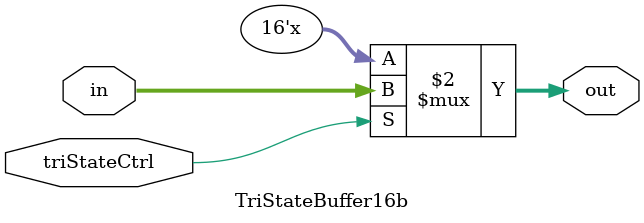
<source format=v>
`timescale 1ns / 1ps


module TriStateBuffer16b(
    input [15:0] in,
    input triStateCtrl,
    output reg [15:0] out
    );

    initial out = 16'hZZZZ;


    always @(*) begin
        out = triStateCtrl? in : 16'hZZZZ;
    end


endmodule

</source>
